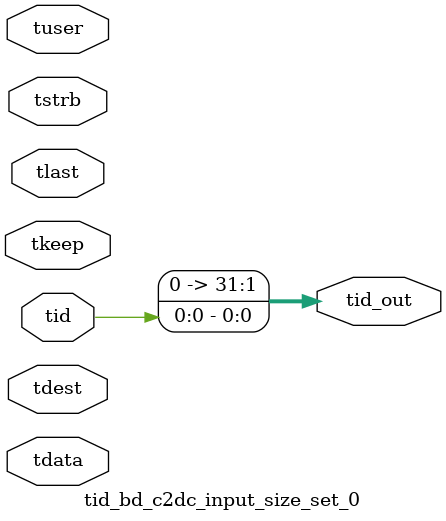
<source format=v>


`timescale 1ps/1ps

module tid_bd_c2dc_input_size_set_0 #
(
parameter C_S_AXIS_TID_WIDTH   = 1,
parameter C_S_AXIS_TUSER_WIDTH = 0,
parameter C_S_AXIS_TDATA_WIDTH = 0,
parameter C_S_AXIS_TDEST_WIDTH = 0,
parameter C_M_AXIS_TID_WIDTH   = 32
)
(
input  [(C_S_AXIS_TID_WIDTH   == 0 ? 1 : C_S_AXIS_TID_WIDTH)-1:0       ] tid,
input  [(C_S_AXIS_TDATA_WIDTH == 0 ? 1 : C_S_AXIS_TDATA_WIDTH)-1:0     ] tdata,
input  [(C_S_AXIS_TUSER_WIDTH == 0 ? 1 : C_S_AXIS_TUSER_WIDTH)-1:0     ] tuser,
input  [(C_S_AXIS_TDEST_WIDTH == 0 ? 1 : C_S_AXIS_TDEST_WIDTH)-1:0     ] tdest,
input  [(C_S_AXIS_TDATA_WIDTH/8)-1:0 ] tkeep,
input  [(C_S_AXIS_TDATA_WIDTH/8)-1:0 ] tstrb,
input                                                                    tlast,
output [(C_M_AXIS_TID_WIDTH   == 0 ? 1 : C_M_AXIS_TID_WIDTH)-1:0       ] tid_out
);

assign tid_out = {tid[0:0]};

endmodule


</source>
